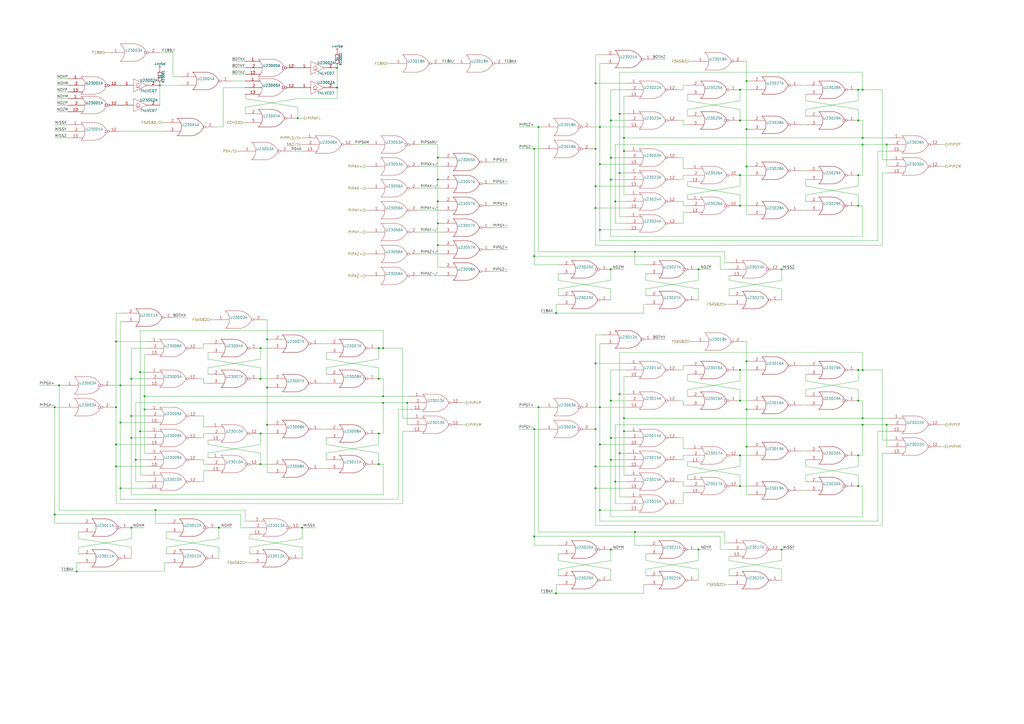
<source format=kicad_sch>
(kicad_sch (version 20211123) (generator eeschema)
  (paper "A2")
  (junction (at 354.33 318.77))
  (junction (at 195.58 50.8))
  (junction (at 497.84 264.16))
  (junction (at 175.26 306.07))
  (junction (at 309.88 86.36))
  (junction (at 172.72 68.58))
  (junction (at 154.94 224.79))
  (junction (at 222.25 229.87))
  (junction (at 345.44 248.92))
  (junction (at 69.85 245.11))
  (junction (at 236.22 233.68))
  (junction (at 497.84 281.94))
  (junction (at 368.3 146.05))
  (junction (at 359.41 262.89))
  (junction (at 497.84 101.6))
  (junction (at 44.45 331.47))
  (junction (at 222.25 201.93))
  (junction (at 497.84 214.63))
  (junction (at 69.85 283.21))
  (junction (at 347.98 295.91))
  (junction (at 67.31 257.81))
  (junction (at 514.35 246.38))
  (junction (at 433.07 259.08))
  (junction (at 322.58 181.61))
  (junction (at 347.98 95.25))
  (junction (at 219.71 201.93))
  (junction (at 31.75 236.22))
  (junction (at 453.39 318.77))
  (junction (at 433.07 237.49))
  (junction (at 500.38 83.82))
  (junction (at 154.94 196.85))
  (junction (at 354.33 266.7))
  (junction (at 67.31 198.12))
  (junction (at 76.2 241.3))
  (junction (at 405.13 156.21))
  (junction (at 127 306.07))
  (junction (at 76.2 219.71))
  (junction (at 322.58 344.17))
  (junction (at 31.75 298.45))
  (junction (at 429.26 281.94))
  (junction (at 433.07 209.55))
  (junction (at 429.26 264.16))
  (junction (at 433.07 74.93))
  (junction (at 500.38 246.38))
  (junction (at 361.95 80.01))
  (junction (at 345.44 48.26))
  (junction (at 354.33 69.85))
  (junction (at 309.88 248.92))
  (junction (at 312.42 236.22))
  (junction (at 67.31 270.51))
  (junction (at 219.71 269.24))
  (junction (at 254 91.44))
  (junction (at 347.98 236.22))
  (junction (at 500.38 52.07))
  (junction (at 76.2 306.07))
  (junction (at 347.98 257.81))
  (junction (at 67.31 236.22))
  (junction (at 433.07 96.52))
  (junction (at 151.13 201.93))
  (junction (at 151.13 269.24))
  (junction (at 429.26 101.6))
  (junction (at 347.98 133.35))
  (junction (at 354.33 91.44))
  (junction (at 345.44 120.65))
  (junction (at 500.38 242.57))
  (junction (at 76.2 254))
  (junction (at 429.26 119.38))
  (junction (at 92.71 49.53))
  (junction (at 309.88 148.59))
  (junction (at 497.84 232.41))
  (junction (at 356.87 116.84))
  (junction (at 347.98 73.66))
  (junction (at 500.38 214.63))
  (junction (at 433.07 46.99))
  (junction (at 254 116.84))
  (junction (at 361.95 87.63))
  (junction (at 345.44 107.95))
  (junction (at 354.33 156.21))
  (junction (at 151.13 219.71))
  (junction (at 345.44 210.82))
  (junction (at 195.58 39.37))
  (junction (at 222.25 233.68))
  (junction (at 83.82 229.87))
  (junction (at 497.84 52.07))
  (junction (at 345.44 86.36))
  (junction (at 368.3 308.61))
  (junction (at 361.95 242.57))
  (junction (at 219.71 251.46))
  (junction (at 81.28 250.19))
  (junction (at 356.87 279.4))
  (junction (at 429.26 69.85))
  (junction (at 254 142.24))
  (junction (at 497.84 69.85))
  (junction (at 453.39 156.21))
  (junction (at 309.88 311.15))
  (junction (at 429.26 52.07))
  (junction (at 151.13 251.46))
  (junction (at 83.82 237.49))
  (junction (at 254 129.54))
  (junction (at 514.35 83.82))
  (junction (at 312.42 73.66))
  (junction (at 81.28 215.9))
  (junction (at 354.33 232.41))
  (junction (at 154.94 246.38))
  (junction (at 359.41 66.04))
  (junction (at 359.41 228.6))
  (junction (at 500.38 80.01))
  (junction (at 405.13 318.77))
  (junction (at 359.41 100.33))
  (junction (at 254 104.14))
  (junction (at 354.33 254))
  (junction (at 497.84 119.38))
  (junction (at 219.71 219.71))
  (junction (at 345.44 283.21))
  (junction (at 354.33 104.14))
  (junction (at 429.26 214.63))
  (junction (at 69.85 223.52))
  (junction (at 361.95 250.19))
  (junction (at 429.26 232.41))
  (junction (at 90.17 295.91))
  (junction (at 78.74 266.7))
  (junction (at 345.44 270.51))
  (junction (at 34.29 223.52))
  (wire (pts (xy 497.84 226.06) (xy 467.36 220.98)))
  (wire (pts (xy 500.38 264.16) (xy 500.38 246.38)))
  (wire (pts (xy 396.24 264.16) (xy 398.78 264.16)))
  (wire (pts (xy 405.13 330.2) (xy 374.65 325.12)))
  (wire (pts (xy 396.24 129.54) (xy 396.24 123.19)))
  (wire (pts (xy 219.71 201.93) (xy 219.71 208.28)))
  (wire (pts (xy 31.75 236.22) (xy 35.56 236.22)))
  (wire (pts (xy 254 129.54) (xy 254 142.24)))
  (wire (pts (xy 118.11 269.24) (xy 120.65 269.24)))
  (wire (pts (xy 398.78 113.03) (xy 398.78 115.57)))
  (wire (pts (xy 293.37 36.83) (xy 299.72 36.83)))
  (wire (pts (xy 373.38 339.09) (xy 374.65 339.09)))
  (wire (pts (xy 361.95 80.01) (xy 500.38 80.01)))
  (wire (pts (xy 396.24 123.19) (xy 398.78 123.19)))
  (wire (pts (xy 429.26 232.41) (xy 429.26 226.06)))
  (wire (pts (xy 219.71 269.24) (xy 222.25 269.24)))
  (wire (pts (xy 39.37 80.01) (xy 31.75 80.01)))
  (wire (pts (xy 226.06 36.83) (xy 224.79 36.83)))
  (wire (pts (xy 236.22 233.68) (xy 237.49 233.68)))
  (wire (pts (xy 294.64 106.68) (xy 285.75 106.68)))
  (wire (pts (xy 345.44 210.82) (xy 345.44 248.92)))
  (wire (pts (xy 405.13 325.12) (xy 374.65 330.2)))
  (wire (pts (xy 497.84 214.63) (xy 500.38 214.63)))
  (wire (pts (xy 172.72 62.23) (xy 142.24 57.15)))
  (wire (pts (xy 396.24 279.4) (xy 396.24 281.94)))
  (wire (pts (xy 233.68 201.93) (xy 233.68 242.57)))
  (wire (pts (xy 300.99 236.22) (xy 312.42 236.22)))
  (wire (pts (xy 429.26 270.51) (xy 398.78 275.59)))
  (wire (pts (xy 67.31 257.81) (xy 85.09 257.81)))
  (wire (pts (xy 66.04 223.52) (xy 69.85 223.52)))
  (wire (pts (xy 393.7 52.07) (xy 396.24 52.07)))
  (wire (pts (xy 100.33 44.45) (xy 104.14 44.45)))
  (wire (pts (xy 312.42 146.05) (xy 368.3 146.05)))
  (wire (pts (xy 345.44 270.51) (xy 363.22 270.51)))
  (wire (pts (xy 393.7 116.84) (xy 396.24 116.84)))
  (wire (pts (xy 222.25 287.02) (xy 76.2 287.02)))
  (wire (pts (xy 393.7 91.44) (xy 396.24 91.44)))
  (wire (pts (xy 118.11 251.46) (xy 120.65 251.46)))
  (wire (pts (xy 354.33 104.14) (xy 354.33 91.44)))
  (wire (pts (xy 514.35 96.52) (xy 515.62 96.52)))
  (wire (pts (xy 467.36 63.5) (xy 467.36 67.31)))
  (wire (pts (xy 433.07 237.49) (xy 434.34 237.49)))
  (wire (pts (xy 219.71 269.24) (xy 219.71 262.89)))
  (wire (pts (xy 359.41 288.29) (xy 363.22 288.29)))
  (wire (pts (xy 497.84 232.41) (xy 497.84 226.06)))
  (wire (pts (xy 142.24 62.23) (xy 142.24 66.04)))
  (wire (pts (xy 497.84 101.6) (xy 497.84 107.95)))
  (wire (pts (xy 219.71 262.89) (xy 189.23 257.81)))
  (wire (pts (xy 359.41 204.47) (xy 359.41 228.6)))
  (wire (pts (xy 115.57 279.4) (xy 118.11 279.4)))
  (wire (pts (xy 347.98 95.25) (xy 363.22 95.25)))
  (wire (pts (xy 39.37 57.15) (xy 33.02 57.15)))
  (wire (pts (xy 393.7 69.85) (xy 396.24 69.85)))
  (wire (pts (xy 429.26 275.59) (xy 398.78 270.51)))
  (wire (pts (xy 254 104.14) (xy 254 116.84)))
  (wire (pts (xy 69.85 76.2) (xy 95.25 76.2)))
  (wire (pts (xy 212.09 121.92) (xy 213.36 121.92)))
  (wire (pts (xy 398.78 58.42) (xy 398.78 54.61)))
  (wire (pts (xy 354.33 91.44) (xy 354.33 69.85)))
  (wire (pts (xy 125.73 73.66) (xy 129.54 73.66)))
  (wire (pts (xy 396.24 49.53) (xy 398.78 49.53)))
  (wire (pts (xy 172.72 68.58) (xy 176.53 68.58)))
  (wire (pts (xy 354.33 173.99) (xy 354.33 167.64)))
  (wire (pts (xy 497.84 119.38) (xy 497.84 113.03)))
  (wire (pts (xy 361.95 80.01) (xy 361.95 87.63)))
  (wire (pts (xy 420.37 152.4) (xy 422.91 152.4)))
  (wire (pts (xy 356.87 246.38) (xy 356.87 279.4)))
  (wire (pts (xy 129.54 73.66) (xy 129.54 50.8)))
  (wire (pts (xy 345.44 248.92) (xy 344.17 248.92)))
  (wire (pts (xy 398.78 63.5) (xy 398.78 67.31)))
  (wire (pts (xy 374.65 162.56) (xy 374.65 158.75)))
  (wire (pts (xy 453.39 156.21) (xy 453.39 162.56)))
  (wire (pts (xy 309.88 148.59) (xy 309.88 153.67)))
  (wire (pts (xy 429.26 214.63) (xy 429.26 220.98)))
  (wire (pts (xy 222.25 219.71) (xy 222.25 229.87)))
  (wire (pts (xy 154.94 196.85) (xy 156.21 196.85)))
  (wire (pts (xy 429.26 281.94) (xy 429.26 275.59)))
  (wire (pts (xy 453.39 173.99) (xy 453.39 167.64)))
  (wire (pts (xy 429.26 101.6) (xy 429.26 107.95)))
  (wire (pts (xy 368.3 146.05) (xy 420.37 146.05)))
  (wire (pts (xy 497.84 52.07) (xy 497.84 58.42)))
  (wire (pts (xy 359.41 41.91) (xy 359.41 66.04)))
  (wire (pts (xy 101.6 184.15) (xy 107.95 184.15)))
  (wire (pts (xy 175.26 83.82) (xy 173.99 83.82)))
  (wire (pts (xy 168.91 87.63) (xy 175.26 87.63)))
  (wire (pts (xy 83.82 237.49) (xy 83.82 262.89)))
  (wire (pts (xy 396.24 104.14) (xy 396.24 101.6)))
  (wire (pts (xy 323.85 167.64) (xy 323.85 171.45)))
  (wire (pts (xy 142.24 39.37) (xy 134.62 39.37)))
  (wire (pts (xy 500.38 101.6) (xy 500.38 83.82)))
  (wire (pts (xy 39.37 53.34) (xy 33.02 53.34)))
  (wire (pts (xy 422.91 167.64) (xy 422.91 171.45)))
  (wire (pts (xy 356.87 292.1) (xy 363.22 292.1)))
  (wire (pts (xy 236.22 233.68) (xy 236.22 246.38)))
  (wire (pts (xy 96.52 317.5) (xy 96.52 321.31)))
  (wire (pts (xy 401.32 198.12) (xy 400.05 198.12)))
  (wire (pts (xy 254 154.94) (xy 255.27 154.94)))
  (wire (pts (xy 347.98 257.81) (xy 347.98 295.91)))
  (wire (pts (xy 345.44 283.21) (xy 345.44 304.8)))
  (wire (pts (xy 344.17 236.22) (xy 347.98 236.22)))
  (wire (pts (xy 453.39 330.2) (xy 422.91 325.12)))
  (wire (pts (xy 347.98 257.81) (xy 363.22 257.81)))
  (wire (pts (xy 83.82 262.89) (xy 85.09 262.89)))
  (wire (pts (xy 429.26 101.6) (xy 434.34 101.6)))
  (wire (pts (xy 294.64 132.08) (xy 285.75 132.08)))
  (wire (pts (xy 81.28 215.9) (xy 85.09 215.9)))
  (wire (pts (xy 322.58 344.17) (xy 322.58 339.09)))
  (wire (pts (xy 433.07 124.46) (xy 434.34 124.46)))
  (wire (pts (xy 396.24 119.38) (xy 398.78 119.38)))
  (wire (pts (xy 359.41 66.04) (xy 359.41 100.33)))
  (wire (pts (xy 172.72 68.58) (xy 172.72 62.23)))
  (wire (pts (xy 69.85 245.11) (xy 69.85 283.21)))
  (wire (pts (xy 356.87 83.82) (xy 356.87 116.84)))
  (wire (pts (xy 67.31 198.12) (xy 85.09 198.12)))
  (wire (pts (xy 90.17 303.53) (xy 96.52 303.53)))
  (wire (pts (xy 39.37 60.96) (xy 33.02 60.96)))
  (wire (pts (xy 67.31 181.61) (xy 71.12 181.61)))
  (wire (pts (xy 548.64 83.82) (xy 546.1 83.82)))
  (wire (pts (xy 453.39 167.64) (xy 422.91 162.56)))
  (wire (pts (xy 175.26 306.07) (xy 182.88 306.07)))
  (wire (pts (xy 433.07 198.12) (xy 433.07 209.55)))
  (wire (pts (xy 212.09 147.32) (xy 213.36 147.32)))
  (wire (pts (xy 154.94 224.79) (xy 154.94 246.38)))
  (wire (pts (xy 396.24 266.7) (xy 396.24 264.16)))
  (wire (pts (xy 417.83 156.21) (xy 422.91 156.21)))
  (wire (pts (xy 453.39 162.56) (xy 422.91 167.64)))
  (wire (pts (xy 151.13 219.71) (xy 151.13 213.36)))
  (wire (pts (xy 405.13 167.64) (xy 374.65 162.56)))
  (wire (pts (xy 233.68 242.57) (xy 237.49 242.57)))
  (wire (pts (xy 151.13 251.46) (xy 156.21 251.46)))
  (wire (pts (xy 90.17 295.91) (xy 142.24 295.91)))
  (wire (pts (xy 76.2 254) (xy 76.2 241.3)))
  (wire (pts (xy 39.37 64.77) (xy 33.02 64.77)))
  (wire (pts (xy 361.95 87.63) (xy 363.22 87.63)))
  (wire (pts (xy 361.95 275.59) (xy 363.22 275.59)))
  (wire (pts (xy 92.71 30.48) (xy 100.33 30.48)))
  (wire (pts (xy 373.38 176.53) (xy 374.65 176.53)))
  (wire (pts (xy 393.7 214.63) (xy 396.24 214.63)))
  (wire (pts (xy 254 116.84) (xy 254 129.54)))
  (wire (pts (xy 422.91 176.53) (xy 420.37 176.53)))
  (wire (pts (xy 142.24 295.91) (xy 142.24 302.26)))
  (wire (pts (xy 497.84 264.16) (xy 500.38 264.16)))
  (wire (pts (xy 429.26 107.95) (xy 398.78 113.03)))
  (wire (pts (xy 139.7 298.45) (xy 139.7 306.07)))
  (wire (pts (xy 354.33 69.85) (xy 354.33 52.07)))
  (wire (pts (xy 398.78 226.06) (xy 398.78 229.87)))
  (wire (pts (xy 354.33 318.77) (xy 354.33 325.12)))
  (wire (pts (xy 83.82 237.49) (xy 85.09 237.49)))
  (wire (pts (xy 354.33 156.21) (xy 361.95 156.21)))
  (wire (pts (xy 467.36 58.42) (xy 467.36 54.61)))
  (wire (pts (xy 497.84 63.5) (xy 467.36 58.42)))
  (wire (pts (xy 497.84 275.59) (xy 467.36 270.51)))
  (wire (pts (xy 151.13 269.24) (xy 156.21 269.24)))
  (wire (pts (xy 514.35 83.82) (xy 515.62 83.82)))
  (wire (pts (xy 120.65 208.28) (xy 120.65 204.47)))
  (wire (pts (xy 396.24 214.63) (xy 396.24 212.09)))
  (wire (pts (xy 500.38 80.01) (xy 515.62 80.01)))
  (wire (pts (xy 312.42 308.61) (xy 368.3 308.61)))
  (wire (pts (xy 127 306.07) (xy 134.62 306.07)))
  (wire (pts (xy 83.82 205.74) (xy 85.09 205.74)))
  (wire (pts (xy 347.98 295.91) (xy 363.22 295.91)))
  (wire (pts (xy 500.38 83.82) (xy 514.35 83.82)))
  (wire (pts (xy 345.44 86.36) (xy 345.44 107.95)))
  (wire (pts (xy 83.82 229.87) (xy 222.25 229.87)))
  (wire (pts (xy 464.82 121.92) (xy 467.36 121.92)))
  (wire (pts (xy 123.19 185.42) (xy 121.92 185.42)))
  (wire (pts (xy 354.33 214.63) (xy 363.22 214.63)))
  (wire (pts (xy 142.24 35.56) (xy 134.62 35.56)))
  (wire (pts (xy 294.64 119.38) (xy 285.75 119.38)))
  (wire (pts (xy 195.58 38.1) (xy 195.58 39.37)))
  (wire (pts (xy 347.98 73.66) (xy 363.22 73.66)))
  (wire (pts (xy 417.83 148.59) (xy 417.83 156.21)))
  (wire (pts (xy 186.69 271.78) (xy 189.23 271.78)))
  (wire (pts (xy 345.44 142.24) (xy 511.81 142.24)))
  (wire (pts (xy 195.58 57.15) (xy 172.72 57.15)))
  (wire (pts (xy 309.88 153.67) (xy 323.85 153.67)))
  (wire (pts (xy 323.85 162.56) (xy 323.85 158.75)))
  (wire (pts (xy 34.29 223.52) (xy 35.56 223.52)))
  (wire (pts (xy 345.44 107.95) (xy 345.44 120.65)))
  (wire (pts (xy 254 91.44) (xy 254 104.14)))
  (wire (pts (xy 453.39 318.77) (xy 461.01 318.77)))
  (wire (pts (xy 396.24 232.41) (xy 396.24 234.95)))
  (wire (pts (xy 453.39 318.77) (xy 453.39 325.12)))
  (wire (pts (xy 222.25 201.93) (xy 222.25 191.77)))
  (wire (pts (xy 69.85 186.69) (xy 71.12 186.69)))
  (wire (pts (xy 138.43 87.63) (xy 137.16 87.63)))
  (wire (pts (xy 347.98 133.35) (xy 347.98 139.7)))
  (wire (pts (xy 429.26 264.16) (xy 434.34 264.16)))
  (wire (pts (xy 464.82 72.39) (xy 467.36 72.39)))
  (wire (pts (xy 359.41 125.73) (xy 363.22 125.73)))
  (wire (pts (xy 345.44 48.26) (xy 363.22 48.26)))
  (wire (pts (xy 354.33 104.14) (xy 363.22 104.14)))
  (wire (pts (xy 115.57 241.3) (xy 118.11 241.3)))
  (wire (pts (xy 345.44 194.31) (xy 345.44 210.82)))
  (wire (pts (xy 175.26 323.85) (xy 175.26 317.5)))
  (wire (pts (xy 347.98 302.26) (xy 509.27 302.26)))
  (wire (pts (xy 363.22 116.84) (xy 356.87 116.84)))
  (wire (pts (xy 509.27 302.26) (xy 509.27 250.19)))
  (wire (pts (xy 154.94 185.42) (xy 154.94 196.85)))
  (wire (pts (xy 78.74 266.7) (xy 78.74 279.4)))
  (wire (pts (xy 356.87 129.54) (xy 363.22 129.54)))
  (wire (pts (xy 322.58 339.09) (xy 323.85 339.09)))
  (wire (pts (xy 429.26 52.07) (xy 434.34 52.07)))
  (wire (pts (xy 151.13 219.71) (xy 156.21 219.71)))
  (wire (pts (xy 144.78 317.5) (xy 144.78 321.31)))
  (wire (pts (xy 76.2 306.07) (xy 83.82 306.07)))
  (wire (pts (xy 433.07 96.52) (xy 433.07 124.46)))
  (wire (pts (xy 154.94 196.85) (xy 154.94 224.79)))
  (wire (pts (xy 345.44 107.95) (xy 363.22 107.95)))
  (wire (pts (xy 323.85 325.12) (xy 323.85 321.31)))
  (wire (pts (xy 300.99 73.66) (xy 312.42 73.66)))
  (wire (pts (xy 243.84 83.82) (xy 254 83.82)))
  (wire (pts (xy 76.2 219.71) (xy 85.09 219.71)))
  (wire (pts (xy 76.2 317.5) (xy 45.72 312.42)))
  (wire (pts (xy 322.58 181.61) (xy 373.38 181.61)))
  (wire (pts (xy 359.41 262.89) (xy 359.41 288.29)))
  (wire (pts (xy 347.98 133.35) (xy 363.22 133.35)))
  (wire (pts (xy 90.17 295.91) (xy 90.17 303.53)))
  (wire (pts (xy 429.26 214.63) (xy 434.34 214.63)))
  (wire (pts (xy 429.26 52.07) (xy 429.26 58.42)))
  (wire (pts (xy 189.23 208.28) (xy 189.23 204.47)))
  (wire (pts (xy 154.94 246.38) (xy 156.21 246.38)))
  (wire (pts (xy 81.28 191.77) (xy 81.28 215.9)))
  (wire (pts (xy 189.23 213.36) (xy 189.23 217.17)))
  (wire (pts (xy 497.84 214.63) (xy 497.84 220.98)))
  (wire (pts (xy 78.74 233.68) (xy 78.74 266.7)))
  (wire (pts (xy 405.13 156.21) (xy 405.13 162.56)))
  (wire (pts (xy 433.07 237.49) (xy 433.07 259.08)))
  (wire (pts (xy 231.14 237.49) (xy 237.49 237.49)))
  (wire (pts (xy 511.81 92.71) (xy 515.62 92.71)))
  (wire (pts (xy 548.64 259.08) (xy 546.1 259.08)))
  (wire (pts (xy 359.41 262.89) (xy 363.22 262.89)))
  (wire (pts (xy 31.75 303.53) (xy 45.72 303.53)))
  (wire (pts (xy 254 91.44) (xy 255.27 91.44)))
  (wire (pts (xy 222.25 269.24) (xy 222.25 287.02)))
  (wire (pts (xy 347.98 199.39) (xy 349.25 199.39)))
  (wire (pts (xy 44.45 326.39) (xy 45.72 326.39)))
  (wire (pts (xy 81.28 275.59) (xy 85.09 275.59)))
  (wire (pts (xy 548.64 96.52) (xy 546.1 96.52)))
  (wire (pts (xy 219.71 208.28) (xy 189.23 213.36)))
  (wire (pts (xy 497.84 69.85) (xy 500.38 69.85)))
  (wire (pts (xy 144.78 312.42) (xy 144.78 309.88)))
  (wire (pts (xy 151.13 208.28) (xy 120.65 213.36)))
  (wire (pts (xy 500.38 299.72) (xy 354.33 299.72)))
  (wire (pts (xy 500.38 232.41) (xy 500.38 242.57)))
  (wire (pts (xy 347.98 73.66) (xy 347.98 95.25)))
  (wire (pts (xy 313.69 344.17) (xy 322.58 344.17)))
  (wire (pts (xy 139.7 306.07) (xy 144.78 306.07)))
  (wire (pts (xy 67.31 270.51) (xy 85.09 270.51)))
  (wire (pts (xy 433.07 46.99) (xy 434.34 46.99)))
  (wire (pts (xy 69.85 245.11) (xy 85.09 245.11)))
  (wire (pts (xy 345.44 48.26) (xy 345.44 86.36)))
  (wire (pts (xy 405.13 156.21) (xy 412.75 156.21)))
  (wire (pts (xy 151.13 257.81) (xy 120.65 262.89)))
  (wire (pts (xy 22.86 223.52) (xy 34.29 223.52)))
  (wire (pts (xy 142.24 43.18) (xy 134.62 43.18)))
  (wire (pts (xy 345.44 31.75) (xy 345.44 48.26)))
  (wire (pts (xy 363.22 279.4) (xy 356.87 279.4)))
  (wire (pts (xy 83.82 205.74) (xy 83.82 229.87)))
  (wire (pts (xy 175.26 317.5) (xy 144.78 312.42)))
  (wire (pts (xy 345.44 120.65) (xy 345.44 142.24)))
  (wire (pts (xy 354.33 266.7) (xy 354.33 254)))
  (wire (pts (xy 453.39 336.55) (xy 453.39 330.2)))
  (wire (pts (xy 379.73 196.85) (xy 386.08 196.85)))
  (wire (pts (xy 393.7 254) (xy 396.24 254)))
  (wire (pts (xy 309.88 86.36) (xy 313.69 86.36)))
  (wire (pts (xy 309.88 148.59) (xy 417.83 148.59)))
  (wire (pts (xy 429.26 232.41) (xy 434.34 232.41)))
  (wire (pts (xy 500.38 52.07) (xy 500.38 41.91)))
  (wire (pts (xy 393.7 129.54) (xy 396.24 129.54)))
  (wire (pts (xy 100.33 30.48) (xy 100.33 44.45)))
  (wire (pts (xy 361.95 113.03) (xy 363.22 113.03)))
  (wire (pts (xy 514.35 246.38) (xy 514.35 259.08)))
  (wire (pts (xy 115.57 219.71) (xy 118.11 219.71)))
  (wire (pts (xy 433.07 198.12) (xy 431.8 198.12)))
  (wire (pts (xy 243.84 109.22) (xy 255.27 109.22)))
  (wire (pts (xy 497.84 232.41) (xy 500.38 232.41)))
  (wire (pts (xy 222.25 233.68) (xy 236.22 233.68)))
  (wire (pts (xy 467.36 113.03) (xy 467.36 116.84)))
  (wire (pts (xy 405.13 318.77) (xy 412.75 318.77)))
  (wire (pts (xy 396.24 69.85) (xy 396.24 72.39)))
  (wire (pts (xy 361.95 55.88) (xy 361.95 80.01)))
  (wire (pts (xy 396.24 234.95) (xy 398.78 234.95)))
  (wire (pts (xy 500.38 52.07) (xy 511.81 52.07)))
  (wire (pts (xy 69.85 223.52) (xy 69.85 245.11)))
  (wire (pts (xy 500.38 242.57) (xy 515.62 242.57)))
  (wire (pts (xy 312.42 73.66) (xy 312.42 146.05)))
  (wire (pts (xy 76.2 219.71) (xy 76.2 201.93)))
  (wire (pts (xy 322.58 344.17) (xy 373.38 344.17)))
  (wire (pts (xy 429.26 264.16) (xy 429.26 270.51)))
  (wire (pts (xy 69.85 289.56) (xy 231.14 289.56)))
  (wire (pts (xy 354.33 254) (xy 363.22 254)))
  (wire (pts (xy 359.41 228.6) (xy 363.22 228.6)))
  (wire (pts (xy 313.69 181.61) (xy 322.58 181.61)))
  (wire (pts (xy 500.38 214.63) (xy 500.38 204.47)))
  (wire (pts (xy 396.24 101.6) (xy 398.78 101.6)))
  (wire (pts (xy 76.2 312.42) (xy 45.72 317.5)))
  (wire (pts (xy 509.27 250.19) (xy 515.62 250.19)))
  (wire (pts (xy 95.25 71.12) (xy 93.98 71.12)))
  (wire (pts (xy 420.37 308.61) (xy 420.37 314.96)))
  (wire (pts (xy 429.26 226.06) (xy 398.78 220.98)))
  (wire (pts (xy 347.98 295.91) (xy 347.98 302.26)))
  (wire (pts (xy 219.71 219.71) (xy 219.71 213.36)))
  (wire (pts (xy 222.25 201.93) (xy 233.68 201.93)))
  (wire (pts (xy 368.3 308.61) (xy 420.37 308.61)))
  (wire (pts (xy 118.11 241.3) (xy 118.11 247.65)))
  (wire (pts (xy 368.3 153.67) (xy 374.65 153.67)))
  (wire (pts (xy 429.26 113.03) (xy 398.78 107.95)))
  (wire (pts (xy 393.7 104.14) (xy 396.24 104.14)))
  (wire (pts (xy 175.26 306.07) (xy 175.26 312.42)))
  (wire (pts (xy 401.32 35.56) (xy 400.05 35.56)))
  (wire (pts (xy 134.62 46.99) (xy 142.24 46.99)))
  (wire (pts (xy 76.2 254) (xy 85.09 254)))
  (wire (pts (xy 500.38 281.94) (xy 500.38 299.72)))
  (wire (pts (xy 433.07 74.93) (xy 433.07 96.52)))
  (wire (pts (xy 118.11 273.05) (xy 120.65 273.05)))
  (wire (pts (xy 396.24 91.44) (xy 396.24 97.79)))
  (wire (pts (xy 374.65 330.2) (xy 374.65 334.01)))
  (wire (pts (xy 151.13 213.36) (xy 120.65 208.28)))
  (wire (pts (xy 464.82 99.06) (xy 467.36 99.06)))
  (wire (pts (xy 361.95 250.19) (xy 361.95 275.59)))
  (wire (pts (xy 429.26 69.85) (xy 434.34 69.85)))
  (wire (pts (xy 309.88 311.15) (xy 417.83 311.15)))
  (wire (pts (xy 433.07 35.56) (xy 433.07 46.99)))
  (wire (pts (xy 69.85 283.21) (xy 69.85 289.56)))
  (wire (pts (xy 359.41 66.04) (xy 363.22 66.04)))
  (wire (pts (xy 396.24 292.1) (xy 396.24 285.75)))
  (wire (pts (xy 309.88 311.15) (xy 309.88 316.23)))
  (wire (pts (xy 374.65 325.12) (xy 374.65 321.31)))
  (wire (pts (xy 433.07 209.55) (xy 434.34 209.55)))
  (wire (pts (xy 500.38 214.63) (xy 511.81 214.63)))
  (wire (pts (xy 354.33 69.85) (xy 363.22 69.85)))
  (wire (pts (xy 154.94 224.79) (xy 156.21 224.79)))
  (wire (pts (xy 422.91 330.2) (xy 422.91 334.01)))
  (wire (pts (xy 118.11 247.65) (xy 120.65 247.65)))
  (wire (pts (xy 233.68 250.19) (xy 237.49 250.19)))
  (wire (pts (xy 356.87 279.4) (xy 356.87 292.1)))
  (wire (pts (xy 322.58 181.61) (xy 322.58 176.53)))
  (wire (pts (xy 500.38 137.16) (xy 354.33 137.16)))
  (wire (pts (xy 76.2 287.02) (xy 76.2 254)))
  (wire (pts (xy 222.25 251.46) (xy 222.25 233.68)))
  (wire (pts (xy 76.2 323.85) (xy 76.2 317.5)))
  (wire (pts (xy 500.38 41.91) (xy 359.41 41.91)))
  (wire (pts (xy 396.24 281.94) (xy 398.78 281.94)))
  (wire (pts (xy 233.68 292.1) (xy 233.68 250.19)))
  (wire (pts (xy 429.26 281.94) (xy 434.34 281.94)))
  (wire (pts (xy 309.88 248.92) (xy 309.88 311.15)))
  (wire (pts (xy 467.36 220.98) (xy 467.36 217.17)))
  (wire (pts (xy 361.95 242.57) (xy 361.95 250.19)))
  (wire (pts (xy 31.75 236.22) (xy 31.75 298.45)))
  (wire (pts (xy 151.13 262.89) (xy 120.65 257.81)))
  (wire (pts (xy 345.44 31.75) (xy 349.25 31.75)))
  (wire (pts (xy 347.98 139.7) (xy 509.27 139.7)))
  (wire (pts (xy 354.33 52.07) (xy 363.22 52.07)))
  (wire (pts (xy 356.87 83.82) (xy 500.38 83.82)))
  (wire (pts (xy 500.38 204.47) (xy 359.41 204.47)))
  (wire (pts (xy 393.7 232.41) (xy 396.24 232.41)))
  (wire (pts (xy 345.44 248.92) (xy 345.44 270.51)))
  (wire (pts (xy 368.3 146.05) (xy 368.3 153.67)))
  (wire (pts (xy 433.07 46.99) (xy 433.07 74.93)))
  (wire (pts (xy 67.31 292.1) (xy 233.68 292.1)))
  (wire (pts (xy 420.37 146.05) (xy 420.37 152.4)))
  (wire (pts (xy 405.13 318.77) (xy 405.13 325.12)))
  (wire (pts (xy 361.95 218.44) (xy 361.95 242.57)))
  (wire (pts (xy 300.99 248.92) (xy 309.88 248.92)))
  (wire (pts (xy 354.33 318.77) (xy 361.95 318.77)))
  (wire (pts (xy 45.72 312.42) (xy 45.72 308.61)))
  (wire (pts (xy 92.71 48.26) (xy 92.71 49.53)))
  (wire (pts (xy 92.71 49.53) (xy 92.71 60.96)))
  (wire (pts (xy 422.91 162.56) (xy 422.91 160.02)))
  (wire (pts (xy 172.72 57.15) (xy 142.24 62.23)))
  (wire (pts (xy 433.07 259.08) (xy 434.34 259.08)))
  (wire (pts (xy 67.31 257.81) (xy 67.31 270.51)))
  (wire (pts (xy 95.25 326.39) (xy 96.52 326.39)))
  (wire (pts (xy 422.91 325.12) (xy 422.91 322.58)))
  (wire (pts (xy 361.95 87.63) (xy 361.95 113.03)))
  (wire (pts (xy 429.26 58.42) (xy 398.78 63.5)))
  (wire (pts (xy 373.38 344.17) (xy 373.38 339.09)))
  (wire (pts (xy 509.27 139.7) (xy 509.27 87.63)))
  (wire (pts (xy 405.13 162.56) (xy 374.65 167.64)))
  (wire (pts (xy 497.84 270.51) (xy 467.36 275.59)))
  (wire (pts (xy 127 323.85) (xy 127 317.5)))
  (wire (pts (xy 189.23 257.81) (xy 189.23 254)))
  (wire (pts (xy 31.75 298.45) (xy 31.75 303.53)))
  (wire (pts (xy 95.25 331.47) (xy 95.25 326.39)))
  (wire (pts (xy 417.83 318.77) (xy 422.91 318.77)))
  (wire (pts (xy 398.78 275.59) (xy 398.78 278.13)))
  (wire (pts (xy 243.84 160.02) (xy 255.27 160.02)))
  (wire (pts (xy 309.88 316.23) (xy 323.85 316.23)))
  (wire (pts (xy 39.37 45.72) (xy 33.02 45.72)))
  (wire (pts (xy 92.71 49.53) (xy 104.14 49.53)))
  (wire (pts (xy 345.44 210.82) (xy 363.22 210.82)))
  (wire (pts (xy 76.2 306.07) (xy 76.2 312.42)))
  (wire (pts (xy 347.98 199.39) (xy 347.98 236.22)))
  (wire (pts (xy 312.42 73.66) (xy 313.69 73.66)))
  (wire (pts (xy 175.26 312.42) (xy 144.78 317.5)))
  (wire (pts (xy 396.24 254) (xy 396.24 260.35)))
  (wire (pts (xy 396.24 285.75) (xy 398.78 285.75)))
  (wire (pts (xy 393.7 266.7) (xy 396.24 266.7)))
  (wire (pts (xy 142.24 302.26) (xy 144.78 302.26)))
  (wire (pts (xy 354.33 91.44) (xy 363.22 91.44)))
  (wire (pts (xy 322.58 176.53) (xy 323.85 176.53)))
  (wire (pts (xy 34.29 295.91) (xy 90.17 295.91)))
  (wire (pts (xy 354.33 254) (xy 354.33 232.41)))
  (wire (pts (xy 118.11 254) (xy 118.11 251.46)))
  (wire (pts (xy 35.56 331.47) (xy 44.45 331.47)))
  (wire (pts (xy 219.71 251.46) (xy 222.25 251.46)))
  (wire (pts (xy 118.11 222.25) (xy 120.65 222.25)))
  (wire (pts (xy 354.33 325.12) (xy 323.85 330.2)))
  (wire (pts (xy 127 312.42) (xy 96.52 317.5)))
  (wire (pts (xy 359.41 100.33) (xy 359.41 125.73)))
  (wire (pts (xy 270.51 246.38) (xy 267.97 246.38)))
  (wire (pts (xy 118.11 219.71) (xy 118.11 222.25)))
  (wire (pts (xy 151.13 201.93) (xy 151.13 208.28)))
  (wire (pts (xy 429.26 119.38) (xy 434.34 119.38)))
  (wire (pts (xy 464.82 212.09) (xy 467.36 212.09)))
  (wire (pts (xy 347.98 36.83) (xy 349.25 36.83)))
  (wire (pts (xy 175.26 80.01) (xy 173.99 80.01)))
  (wire (pts (xy 186.69 199.39) (xy 189.23 199.39)))
  (wire (pts (xy 154.94 274.32) (xy 156.21 274.32)))
  (wire (pts (xy 497.84 52.07) (xy 500.38 52.07)))
  (wire (pts (xy 154.94 246.38) (xy 154.94 274.32)))
  (wire (pts (xy 254 104.14) (xy 255.27 104.14)))
  (wire (pts (xy 222.25 229.87) (xy 237.49 229.87)))
  (wire (pts (xy 81.28 250.19) (xy 85.09 250.19)))
  (wire (pts (xy 347.98 36.83) (xy 347.98 73.66)))
  (wire (pts (xy 464.82 49.53) (xy 467.36 49.53)))
  (wire (pts (xy 69.85 186.69) (xy 69.85 223.52)))
  (wire (pts (xy 312.42 236.22) (xy 312.42 308.61)))
  (wire (pts (xy 115.57 266.7) (xy 118.11 266.7)))
  (wire (pts (xy 422.91 339.09) (xy 420.37 339.09)))
  (wire (pts (xy 243.84 121.92) (xy 255.27 121.92)))
  (wire (pts (xy 347.98 236.22) (xy 347.98 257.81)))
  (wire (pts (xy 511.81 255.27) (xy 515.62 255.27)))
  (wire (pts (xy 154.94 185.42) (xy 153.67 185.42)))
  (wire (pts (xy 497.84 113.03) (xy 467.36 107.95)))
  (wire (pts (xy 433.07 35.56) (xy 431.8 35.56)))
  (wire (pts (xy 497.84 264.16) (xy 497.84 270.51)))
  (wire (pts (xy 429.26 69.85) (xy 429.26 63.5)))
  (wire (pts (xy 120.65 213.36) (xy 120.65 217.17)))
  (wire (pts (xy 500.38 119.38) (xy 500.38 137.16)))
  (wire (pts (xy 453.39 325.12) (xy 422.91 330.2)))
  (wire (pts (xy 347.98 95.25) (xy 347.98 133.35)))
  (wire (pts (xy 67.31 236.22) (xy 66.04 236.22)))
  (wire (pts (xy 186.69 222.25) (xy 189.23 222.25)))
  (wire (pts (xy 417.83 311.15) (xy 417.83 318.77)))
  (wire (pts (xy 22.86 236.22) (xy 31.75 236.22)))
  (wire (pts (xy 398.78 220.98) (xy 398.78 217.17)))
  (wire (pts (xy 354.33 232.41) (xy 363.22 232.41)))
  (wire (pts (xy 300.99 86.36) (xy 309.88 86.36)))
  (wire (pts (xy 186.69 248.92) (xy 189.23 248.92)))
  (wire (pts (xy 396.24 260.35) (xy 398.78 260.35)))
  (wire (pts (xy 212.09 109.22) (xy 213.36 109.22)))
  (wire (pts (xy 345.44 120.65) (xy 363.22 120.65)))
  (wire (pts (xy 396.24 72.39) (xy 398.78 72.39)))
  (wire (pts (xy 393.7 292.1) (xy 396.24 292.1)))
  (wire (pts (xy 254 83.82) (xy 254 91.44)))
  (wire (pts (xy 144.78 326.39) (xy 142.24 326.39)))
  (wire (pts (xy 62.23 30.48) (xy 60.96 30.48)))
  (wire (pts (xy 205.74 83.82) (xy 213.36 83.82)))
  (wire (pts (xy 467.36 107.95) (xy 467.36 104.14)))
  (wire (pts (xy 243.84 96.52) (xy 255.27 96.52)))
  (wire (pts (xy 514.35 259.08) (xy 515.62 259.08)))
  (wire (pts (xy 464.82 261.62) (xy 467.36 261.62)))
  (wire (pts (xy 83.82 229.87) (xy 83.82 237.49)))
  (wire (pts (xy 509.27 87.63) (xy 515.62 87.63)))
  (wire (pts (xy 467.36 226.06) (xy 467.36 229.87)))
  (wire (pts (xy 514.35 83.82) (xy 514.35 96.52)))
  (wire (pts (xy 433.07 96.52) (xy 434.34 96.52)))
  (wire (pts (xy 270.51 233.68) (xy 267.97 233.68)))
  (wire (pts (xy 368.3 308.61) (xy 368.3 316.23)))
  (wire (pts (xy 354.33 167.64) (xy 323.85 162.56)))
  (wire (pts (xy 120.65 262.89) (xy 120.65 265.43)))
  (wire (pts (xy 354.33 336.55) (xy 354.33 330.2)))
  (wire (pts (xy 396.24 52.07) (xy 396.24 49.53)))
  (wire (pts (xy 67.31 198.12) (xy 67.31 236.22)))
  (wire (pts (xy 115.57 254) (xy 118.11 254)))
  (wire (pts (xy 453.39 156.21) (xy 461.01 156.21)))
  (wire (pts (xy 243.84 134.62) (xy 255.27 134.62)))
  (wire (pts (xy 294.64 144.78) (xy 285.75 144.78)))
  (wire (pts (xy 189.23 262.89) (xy 189.23 266.7)))
  (wire (pts (xy 393.7 279.4) (xy 396.24 279.4)))
  (wire (pts (xy 195.58 39.37) (xy 195.58 50.8)))
  (wire (pts (xy 497.84 101.6) (xy 500.38 101.6)))
  (wire (pts (xy 361.95 218.44) (xy 363.22 218.44)))
  (wire (pts (xy 398.78 107.95) (xy 398.78 105.41)))
  (wire (pts (xy 373.38 181.61) (xy 373.38 176.53)))
  (wire (pts (xy 76.2 241.3) (xy 85.09 241.3)))
  (wire (pts (xy 500.38 69.85) (xy 500.38 80.01)))
  (wire (pts (xy 354.33 137.16) (xy 354.33 104.14)))
  (wire (pts (xy 69.85 283.21) (xy 85.09 283.21)))
  (wire (pts (xy 67.31 270.51) (xy 67.31 292.1)))
  (wire (pts (xy 78.74 279.4) (xy 85.09 279.4)))
  (wire (pts (xy 212.09 134.62) (xy 213.36 134.62)))
  (wire (pts (xy 500.38 246.38) (xy 514.35 246.38)))
  (wire (pts (xy 433.07 209.55) (xy 433.07 237.49)))
  (wire (pts (xy 356.87 116.84) (xy 356.87 129.54)))
  (wire (pts (xy 254 129.54) (xy 255.27 129.54)))
  (wire (pts (xy 497.84 119.38) (xy 500.38 119.38)))
  (wire (pts (xy 96.52 312.42) (xy 96.52 308.61)))
  (wire (pts (xy 354.33 299.72) (xy 354.33 266.7)))
  (wire (pts (xy 433.07 74.93) (xy 434.34 74.93)))
  (wire (pts (xy 345.44 270.51) (xy 345.44 283.21)))
  (wire (pts (xy 309.88 248.92) (xy 313.69 248.92)))
  (wire (pts (xy 254 142.24) (xy 255.27 142.24)))
  (wire (pts (xy 31.75 298.45) (xy 139.7 298.45)))
  (wire (pts (xy 118.11 279.4) (xy 118.11 273.05)))
  (wire (pts (xy 39.37 76.2) (xy 31.75 76.2)))
  (wire (pts (xy 236.22 246.38) (xy 237.49 246.38)))
  (wire (pts (xy 219.71 213.36) (xy 189.23 208.28)))
  (wire (pts (xy 497.84 220.98) (xy 467.36 226.06)))
  (wire (pts (xy 354.33 162.56) (xy 323.85 167.64)))
  (wire (pts (xy 243.84 147.32) (xy 255.27 147.32)))
  (wire (pts (xy 222.25 191.77) (xy 81.28 191.77)))
  (wire (pts (xy 347.98 236.22) (xy 363.22 236.22)))
  (wire (pts (xy 212.09 96.52) (xy 213.36 96.52)))
  (wire (pts (xy 231.14 289.56) (xy 231.14 237.49)))
  (wire (pts (xy 511.81 262.89) (xy 515.62 262.89)))
  (wire (pts (xy 511.81 100.33) (xy 515.62 100.33)))
  (wire (pts (xy 354.33 156.21) (xy 354.33 162.56)))
  (wire (pts (xy 115.57 201.93) (xy 118.11 201.93)))
  (wire (pts (xy 67.31 236.22) (xy 67.31 257.81)))
  (wire (pts (xy 219.71 201.93) (xy 222.25 201.93)))
  (wire (pts (xy 433.07 259.08) (xy 433.07 287.02)))
  (wire (pts (xy 429.26 220.98) (xy 398.78 226.06)))
  (wire (pts (xy 345.44 86.36) (xy 344.17 86.36)))
  (wire (pts (xy 396.24 97.79) (xy 398.78 97.79)))
  (wire (pts (xy 361.95 55.88) (xy 363.22 55.88)))
  (wire (pts (xy 312.42 236.22) (xy 313.69 236.22)))
  (wire (pts (xy 420.37 314.96) (xy 422.91 314.96)))
  (wire (pts (xy 34.29 223.52) (xy 34.29 295.91)))
  (wire (pts (xy 118.11 199.39) (xy 120.65 199.39)))
  (wire (pts (xy 219.71 251.46) (xy 219.71 257.81)))
  (wire (pts (xy 405.13 173.99) (xy 405.13 167.64)))
  (wire (pts (xy 511.81 214.63) (xy 511.81 255.27)))
  (wire (pts (xy 359.41 228.6) (xy 359.41 262.89)))
  (wire (pts (xy 81.28 250.19) (xy 81.28 275.59)))
  (wire (pts (xy 69.85 223.52) (xy 85.09 223.52)))
  (wire (pts (xy 142.24 71.12) (xy 140.97 71.12)))
  (wire (pts (xy 361.95 242.57) (xy 500.38 242.57)))
  (wire (pts (xy 511.81 304.8) (xy 511.81 262.89)))
  (wire (pts (xy 44.45 331.47) (xy 44.45 326.39)))
  (wire (pts (xy 467.36 270.51) (xy 467.36 266.7)))
  (wire (pts (xy 511.81 52.07) (xy 511.81 92.71)))
  (wire (pts (xy 497.84 107.95) (xy 467.36 113.03)))
  (wire (pts (xy 142.24 57.15) (xy 142.24 54.61)))
  (wire (pts (xy 44.45 331.47) (xy 95.25 331.47)))
  (wire (pts (xy 45.72 317.5) (xy 45.72 321.31)))
  (wire (pts (xy 361.95 250.19) (xy 363.22 250.19)))
  (wire (pts (xy 81.28 215.9) (xy 81.28 250.19)))
  (wire (pts (xy 294.64 157.48) (xy 285.75 157.48)))
  (wire (pts (xy 379.73 34.29) (xy 386.08 34.29)))
  (wire (pts (xy 359.41 100.33) (xy 363.22 100.33)))
  (wire (pts (xy 39.37 72.39) (xy 31.75 72.39)))
  (wire (pts (xy 497.84 69.85) (xy 497.84 63.5)))
  (wire (pts (xy 39.37 49.53) (xy 33.02 49.53)))
  (wire (pts (xy 354.33 232.41) (xy 354.33 214.63)))
  (wire (pts (xy 195.58 50.8) (xy 195.58 57.15)))
  (wire (pts (xy 151.13 251.46) (xy 151.13 257.81)))
  (wire (pts (xy 118.11 201.93) (xy 118.11 199.39)))
  (wire (pts (xy 254 116.84) (xy 255.27 116.84)))
  (wire (pts (xy 127 306.07) (xy 127 312.42)))
  (wire (pts (xy 497.84 58.42) (xy 467.36 63.5)))
  (wire (pts (xy 467.36 275.59) (xy 467.36 279.4)))
  (wire (pts (xy 548.64 246.38) (xy 546.1 246.38)))
  (wire (pts (xy 76.2 201.93) (xy 85.09 201.93)))
  (wire (pts (xy 323.85 330.2) (xy 323.85 334.01)))
  (wire (pts (xy 78.74 233.68) (xy 222.25 233.68)))
  (wire (pts (xy 514.35 246.38) (xy 515.62 246.38)))
  (wire (pts (xy 129.54 50.8) (xy 142.24 50.8)))
  (wire (pts (xy 151.13 201.93) (xy 156.21 201.93)))
  (wire (pts (xy 396.24 212.09) (xy 398.78 212.09)))
  (wire (pts (xy 256.54 36.83) (xy 262.89 36.83)))
  (wire (pts (xy 368.3 316.23) (xy 374.65 316.23)))
  (wire (pts (xy 254 142.24) (xy 254 154.94)))
  (wire (pts (xy 429.26 119.38) (xy 429.26 113.03)))
  (wire (pts (xy 309.88 86.36) (xy 309.88 148.59)))
  (wire (pts (xy 396.24 116.84) (xy 396.24 119.38)))
  (wire (pts (xy 344.17 73.66) (xy 347.98 73.66)))
  (wire (pts (xy 219.71 219.71) (xy 222.25 219.71)))
  (wire (pts (xy 511.81 142.24) (xy 511.81 100.33)))
  (wire (pts (xy 219.71 257.81) (xy 189.23 262.89)))
  (wire (pts (xy 354.33 266.7) (xy 363.22 266.7)))
  (wire (pts (xy 151.13 269.24) (xy 151.13 262.89)))
  (wire (pts (xy 76.2 241.3) (xy 76.2 219.71)))
  (wire (pts (xy 345.44 194.31) (xy 349.25 194.31)))
  (wire (pts (xy 429.26 63.5) (xy 398.78 58.42)))
  (wire (pts (xy 118.11 266.7) (xy 118.11 269.24)))
  (wire (pts (xy 345.44 283.21) (xy 363.22 283.21)))
  (wire (pts (xy 212.09 160.02) (xy 213.36 160.02)))
  (wire (pts (xy 433.07 287.02) (xy 434.34 287.02)))
  (wire (pts (xy 67.31 181.61) (xy 67.31 198.12)))
  (wire (pts (xy 127 317.5) (xy 96.52 312.42)))
  (wire (pts (xy 464.82 284.48) (xy 467.36 284.48)))
  (wire (pts (xy 85.09 266.7) (xy 78.74 266.7)))
  (wire (pts (xy 345.44 304.8) (xy 511.81 304.8)))
  (wire (pts (xy 120.65 257.81) (xy 120.65 255.27)))
  (wire (pts (xy 405.13 336.55) (xy 405.13 330.2)))
  (wire (pts (xy 497.84 281.94) (xy 497.84 275.59)))
  (wire (pts (xy 398.78 270.51) (xy 398.78 267.97)))
  (wire (pts (xy 294.64 93.98) (xy 285.75 93.98)))
  (wire (pts (xy 356.87 246.38) (xy 500.38 246.38)))
  (wire (pts (xy 374.65 167.64) (xy 374.65 171.45)))
  (wire (pts (xy 354.33 330.2) (xy 323.85 325.12)))
  (wire (pts (xy 464.82 234.95) (xy 467.36 234.95)))
  (wire (pts (xy 497.84 281.94) (xy 500.38 281.94)))
  (label "F18B/" (at 93.98 30.48 0) (effects (font (size 1.524 1.524))))
  (label "F18AX" (at 313.69 344.17 0) (effects (font (size 1.524 1.524))))
  (label "F18AX" (at 35.56 331.47 0) (effects (font (size 1.524 1.524))))
  (label "PIPAX+/" (at 243.84 96.52 0) (effects (font (size 1.524 1.524))))
  (label "PIPAZ+/" (at 243.84 147.32 0) (effects (font (size 1.524 1.524))))
  (label "PIPGY+" (at 294.64 119.38 180) (effects (font (size 1.524 1.524))))
  (label "BOTHZ" (at 134.62 43.18 0) (effects (font (size 1.524 1.524))))
  (label "BOTHX" (at 107.95 184.15 180) (effects (font (size 1.524 1.524))))
  (label "NOYP" (at 412.75 318.77 180) (effects (font (size 1.524 1.524))))
  (label "MISSX" (at 31.75 72.39 0) (effects (font (size 1.524 1.524))))
  (label "PIPGX+" (at 22.86 223.52 0) (effects (font (size 1.524 1.524))))
  (label "PIPGY-" (at 294.64 132.08 180) (effects (font (size 1.524 1.524))))
  (label "MISSY" (at 31.75 76.2 0) (effects (font (size 1.524 1.524))))
  (label "BOTHX" (at 134.62 35.56 0) (effects (font (size 1.524 1.524))))
  (label "NOXM" (at 83.82 306.07 180) (effects (font (size 1.524 1.524))))
  (label "PIPGX-" (at 294.64 106.68 180) (effects (font (size 1.524 1.524))))
  (label "MISSZ" (at 31.75 80.01 0) (effects (font (size 1.524 1.524))))
  (label "PIPSAM/" (at 243.84 83.82 0) (effects (font (size 1.524 1.524))))
  (label "MISSY" (at 461.01 318.77 180) (effects (font (size 1.524 1.524))))
  (label "MISSX" (at 182.88 306.07 180) (effects (font (size 1.524 1.524))))
  (label "PIPAY+/" (at 243.84 121.92 0) (effects (font (size 1.524 1.524))))
  (label "NOYP" (at 33.02 53.34 0) (effects (font (size 1.524 1.524))))
  (label "NOYM" (at 33.02 57.15 0) (effects (font (size 1.524 1.524))))
  (label "BOTHY" (at 134.62 39.37 0) (effects (font (size 1.524 1.524))))
  (label "MISSZ" (at 461.01 156.21 180) (effects (font (size 1.524 1.524))))
  (label "P04A" (at 168.91 87.63 0) (effects (font (size 1.524 1.524))))
  (label "PIPGZ-" (at 300.99 86.36 0) (effects (font (size 1.524 1.524))))
  (label "PIPAY-/" (at 243.84 134.62 0) (effects (font (size 1.524 1.524))))
  (label "PIPGX+" (at 294.64 93.98 180) (effects (font (size 1.524 1.524))))
  (label "NOZP" (at 33.02 60.96 0) (effects (font (size 1.524 1.524))))
  (label "NOZM" (at 361.95 156.21 180) (effects (font (size 1.524 1.524))))
  (label "NOXP" (at 33.02 45.72 0) (effects (font (size 1.524 1.524))))
  (label "PIPSAM" (at 205.74 83.82 0) (effects (font (size 1.524 1.524))))
  (label "PIPGZ+" (at 300.99 73.66 0) (effects (font (size 1.524 1.524))))
  (label "NOXM" (at 33.02 49.53 0) (effects (font (size 1.524 1.524))))
  (label "F18AX" (at 313.69 181.61 0) (effects (font (size 1.524 1.524))))
  (label "PIPAX-/" (at 243.84 109.22 0) (effects (font (size 1.524 1.524))))
  (label "BOTHZ" (at 386.08 34.29 180) (effects (font (size 1.524 1.524))))
  (label "NOYM" (at 361.95 318.77 180) (effects (font (size 1.524 1.524))))
  (label "PIPAZ-/" (at 243.84 160.02 0) (effects (font (size 1.524 1.524))))
  (label "F18A/" (at 256.54 36.83 0) (effects (font (size 1.524 1.524))))
  (label "NOZP" (at 412.75 156.21 180) (effects (font (size 1.524 1.524))))
  (label "PIPGX-" (at 22.86 236.22 0) (effects (font (size 1.524 1.524))))
  (label "PIPGY+" (at 300.99 236.22 0) (effects (font (size 1.524 1.524))))
  (label "PIPGZ-" (at 294.64 157.48 180) (effects (font (size 1.524 1.524))))
  (label "PIPGY-" (at 300.99 248.92 0) (effects (font (size 1.524 1.524))))
  (label "F18AX" (at 299.72 36.83 180) (effects (font (size 1.524 1.524))))
  (label "NOXP" (at 134.62 306.07 180) (effects (font (size 1.524 1.524))))
  (label "NOZM" (at 33.02 64.77 0) (effects (font (size 1.524 1.524))))
  (label "PIPGZ+" (at 294.64 144.78 180) (effects (font (size 1.524 1.524))))
  (label "BOTHY" (at 386.08 196.85 180) (effects (font (size 1.524 1.524))))
  (hierarchical_label "PIPZP" (shape output) (at 548.64 83.82 0) (effects (font (size 1.524 1.524))))
  (hierarchical_label "F5ASB2" (shape input) (at 121.92 185.42 180) (effects (font (size 1.524 1.524))))
  (hierarchical_label "PIPPLS/" (shape input) (at 173.99 80.01 180) (effects (font (size 1.524 1.524))))
  (hierarchical_label "PIPYP" (shape output) (at 548.64 246.38 0) (effects (font (size 1.524 1.524))))
  (hierarchical_label "F18B" (shape input) (at 60.96 30.48 180) (effects (font (size 1.524 1.524))))
  (hierarchical_label "PIPAX-" (shape input) (at 212.09 109.22 180) (effects (font (size 1.524 1.524))))
  (hierarchical_label "SB2/" (shape input) (at 173.99 83.82 180) (effects (font (size 1.524 1.524))))
  (hierarchical_label "PIPXP" (shape output) (at 270.51 233.68 0) (effects (font (size 1.524 1.524))))
  (hierarchical_label "PIPAFL" (shape output) (at 176.53 68.58 0) (effects (font (size 1.524 1.524))))
  (hierarchical_label "F5ASB2" (shape input) (at 400.05 35.56 180) (effects (font (size 1.524 1.524))))
  (hierarchical_label "F5ASB2" (shape input) (at 400.05 198.12 180) (effects (font (size 1.524 1.524))))
  (hierarchical_label "F18A" (shape input) (at 224.79 36.83 180) (effects (font (size 1.524 1.524))))
  (hierarchical_label "F5ASB2" (shape input) (at 420.37 339.09 180) (effects (font (size 1.524 1.524))))
  (hierarchical_label "PIPXM" (shape output) (at 270.51 246.38 0) (effects (font (size 1.524 1.524))))
  (hierarchical_label "PIPAY-" (shape input) (at 212.09 134.62 180) (effects (font (size 1.524 1.524))))
  (hierarchical_label "F5ASB0/" (shape input) (at 93.98 71.12 180) (effects (font (size 1.524 1.524))))
  (hierarchical_label "PIPZM" (shape output) (at 548.64 96.52 0) (effects (font (size 1.524 1.524))))
  (hierarchical_label "CCH33" (shape input) (at 140.97 71.12 180) (effects (font (size 1.524 1.524))))
  (hierarchical_label "PIPAX+" (shape input) (at 212.09 96.52 180) (effects (font (size 1.524 1.524))))
  (hierarchical_label "PIPAY+" (shape input) (at 212.09 121.92 180) (effects (font (size 1.524 1.524))))
  (hierarchical_label "F5ASB2" (shape input) (at 420.37 176.53 180) (effects (font (size 1.524 1.524))))
  (hierarchical_label "P04/" (shape input) (at 137.16 87.63 180) (effects (font (size 1.524 1.524))))
  (hierarchical_label "F5ASB2" (shape input) (at 142.24 326.39 180) (effects (font (size 1.524 1.524))))
  (hierarchical_label "PIPYM" (shape output) (at 548.64 259.08 0) (effects (font (size 1.524 1.524))))
  (hierarchical_label "PIPAZ+" (shape input) (at 212.09 147.32 180) (effects (font (size 1.524 1.524))))
  (hierarchical_label "PIPAZ-" (shape input) (at 212.09 160.02 180) (effects (font (size 1.524 1.524))))
  (symbol (lib_id "agc_kicad_components:74HC27") (at 54.61 49.53 0)
    (property "Reference" "U23001" (at 54.61 48.26 0) (effects (font (size 1.524 1.524))))
    (property "Value" "74HC27" (effects hide))
    (property "Initial" "1" (at 60.96 49.53 0) (effects (font (size 1.524 1.524) italic)))
  )
  (symbol (lib_id "agc_kicad_components:74HC27") (at 54.61 60.96 0)
    (property "Reference" "U23001" (at 54.61 59.69 0) (effects (font (size 1.524 1.524))))
    (property "Value" "74HC27" (effects hide))
    (property "Initial" "1" (at 60.96 60.96 0) (effects (font (size 1.524 1.524) italic)))
  )
  (symbol (lib_id "agc_kicad_components:74LVC07") (at 81.28 49.53 0)
    (property "Reference" "U23002" (at 86.233 46.609 0) (effects (font (size 1.524 1.524))))
    (property "Value" "74LVC07" (at 86.106 52.705 0) (effects (font (size 1.524 1.524))))
  )
  (symbol (lib_id "agc_kicad_components:74LVC07") (at 81.28 60.96 0)
    (property "Reference" "U23002" (at 86.233 58.039 0) (effects (font (size 1.524 1.524))))
    (property "Value" "74LVC07" (at 86.106 64.135 0) (effects (font (size 1.524 1.524))))
  )
  (symbol (lib_id "inout_vi-rescue:R-device") (at 92.71 44.45 0)
    (property "Reference" "R23001" (at 94.742 44.45 90))
    (property "Value" "5k" (at 92.71 44.45 90))
  )
  (symbol (lib_id "agc_kicad_components:74HC04") (at 77.47 30.48 0)
    (property "Reference" "U23003" (at 77.47 29.21 0) (effects (font (size 1.524 1.524))))
    (property "Value" "74HC04" (effects hide))
    (property "Initial" "1" (at 83.82 30.48 0) (effects (font (size 1.524 1.524) italic)))
  )
  (symbol (lib_id "agc_kicad_components:74HC02") (at 119.38 46.99 0)
    (property "Reference" "U23004" (at 119.38 45.72 0) (effects (font (size 1.524 1.524))))
    (property "Value" "74HC02" (effects hide))
  )
  (symbol (lib_id "agc_kicad_components:74HC27") (at 54.61 76.2 0)
    (property "Reference" "U23001" (at 54.61 74.93 0) (effects (font (size 1.524 1.524))))
    (property "Value" "74HC27" (effects hide))
    (property "Initial" "1" (at 60.96 76.2 0) (effects (font (size 1.524 1.524) italic)))
  )
  (symbol (lib_id "agc_kicad_components:74HC02") (at 110.49 73.66 0)
    (property "Reference" "U23004" (at 110.49 72.39 0) (effects (font (size 1.524 1.524))))
    (property "Value" "74HC02" (effects hide))
  )
  (symbol (lib_id "agc_kicad_components:74HC27") (at 157.48 39.37 0)
    (property "Reference" "U23005" (at 157.48 38.1 0) (effects (font (size 1.524 1.524))))
    (property "Value" "74HC27" (effects hide))
    (property "Initial" "1" (at 163.83 39.37 0) (effects (font (size 1.524 1.524) italic)))
  )
  (symbol (lib_id "agc_kicad_components:74HC27") (at 157.48 50.8 0)
    (property "Reference" "U23005" (at 157.48 49.53 0) (effects (font (size 1.524 1.524))))
    (property "Value" "74HC27" (effects hide))
    (property "Initial" "1" (at 163.83 50.8 0) (effects (font (size 1.524 1.524) italic)))
  )
  (symbol (lib_id "agc_kicad_components:74LVC07") (at 184.15 39.37 0)
    (property "Reference" "U23002" (at 189.103 36.449 0) (effects (font (size 1.524 1.524))))
    (property "Value" "74LVC07" (at 188.976 42.545 0) (effects (font (size 1.524 1.524))))
  )
  (symbol (lib_id "agc_kicad_components:74LVC07") (at 184.15 50.8 0)
    (property "Reference" "U23002" (at 189.103 47.879 0) (effects (font (size 1.524 1.524))))
    (property "Value" "74LVC07" (at 188.976 53.975 0) (effects (font (size 1.524 1.524))))
  )
  (symbol (lib_id "inout_vi-rescue:R-device") (at 195.58 34.29 0)
    (property "Reference" "R23002" (at 197.612 34.29 90))
    (property "Value" "5k" (at 195.58 34.29 90))
  )
  (symbol (lib_id "agc_kicad_components:74HC02") (at 157.48 68.58 0)
    (property "Reference" "U23004" (at 157.48 67.31 0) (effects (font (size 1.524 1.524))))
    (property "Value" "74HC02" (effects hide))
  )
  (symbol (lib_id "agc_kicad_components:74HC04") (at 50.8 223.52 0)
    (property "Reference" "U23003" (at 50.8 222.25 0) (effects (font (size 1.524 1.524))))
    (property "Value" "74HC04" (effects hide))
    (property "Initial" "1" (at 57.15 223.52 0) (effects (font (size 1.524 1.524) italic)))
  )
  (symbol (lib_id "agc_kicad_components:74HC04") (at 50.8 236.22 0)
    (property "Reference" "U23003" (at 50.8 234.95 0) (effects (font (size 1.524 1.524))))
    (property "Value" "74HC04" (effects hide))
    (property "Initial" "1" (at 57.15 236.22 0) (effects (font (size 1.524 1.524) italic)))
  )
  (symbol (lib_id "agc_kicad_components:74HC27") (at 100.33 219.71 0)
    (property "Reference" "U23005" (at 100.33 218.44 0) (effects (font (size 1.524 1.524))))
    (property "Value" "74HC27" (effects hide))
  )
  (symbol (lib_id "agc_kicad_components:74HC27") (at 100.33 201.93 0)
    (property "Reference" "U23006" (at 100.33 200.66 0) (effects (font (size 1.524 1.524))))
    (property "Value" "74HC27" (effects hide))
  )
  (symbol (lib_id "agc_kicad_components:74HC02") (at 135.89 201.93 0)
    (property "Reference" "U23004" (at 135.89 200.66 0) (effects (font (size 1.524 1.524))))
    (property "Value" "74HC02" (effects hide))
  )
  (symbol (lib_id "agc_kicad_components:74HC02") (at 135.89 219.71 0)
    (property "Reference" "U23007" (at 135.89 218.44 0) (effects (font (size 1.524 1.524))))
    (property "Value" "74HC02" (effects hide))
    (property "Initial" "1" (at 142.24 219.71 0) (effects (font (size 1.524 1.524) italic)))
  )
  (symbol (lib_id "agc_kicad_components:74HC02") (at 171.45 199.39 0)
    (property "Reference" "U23007" (at 171.45 198.12 0) (effects (font (size 1.524 1.524))))
    (property "Value" "74HC02" (effects hide))
  )
  (symbol (lib_id "agc_kicad_components:74HC02") (at 171.45 222.25 0)
    (property "Reference" "U23007" (at 171.45 220.98 0) (effects (font (size 1.524 1.524))))
    (property "Value" "74HC02" (effects hide))
  )
  (symbol (lib_id "agc_kicad_components:74HC04") (at 138.43 185.42 0)
    (property "Reference" "U23003" (at 138.43 184.15 0) (effects (font (size 1.524 1.524))))
    (property "Value" "74HC04" (effects hide))
  )
  (symbol (lib_id "agc_kicad_components:74HC02") (at 204.47 201.93 0)
    (property "Reference" "U23007" (at 204.47 200.66 0) (effects (font (size 1.524 1.524))))
    (property "Value" "74HC02" (effects hide))
  )
  (symbol (lib_id "agc_kicad_components:74HC02") (at 204.47 219.71 0)
    (property "Reference" "U23008" (at 204.47 218.44 0) (effects (font (size 1.524 1.524))))
    (property "Value" "74HC02" (effects hide))
    (property "Initial" "1" (at 210.82 219.71 0) (effects (font (size 1.524 1.524) italic)))
  )
  (symbol (lib_id "agc_kicad_components:74HC02") (at 171.45 248.92 0)
    (property "Reference" "U23008" (at 171.45 247.65 0) (effects (font (size 1.524 1.524))))
    (property "Value" "74HC02" (effects hide))
  )
  (symbol (lib_id "agc_kicad_components:74HC02") (at 171.45 271.78 0)
    (property "Reference" "U23008" (at 171.45 270.51 0) (effects (font (size 1.524 1.524))))
    (property "Value" "74HC02" (effects hide))
  )
  (symbol (lib_id "agc_kicad_components:74HC02") (at 204.47 251.46 0)
    (property "Reference" "U23008" (at 204.47 250.19 0) (effects (font (size 1.524 1.524))))
    (property "Value" "74HC02" (effects hide))
  )
  (symbol (lib_id "agc_kicad_components:74HC02") (at 204.47 269.24 0)
    (property "Reference" "U23011" (at 204.47 267.97 0) (effects (font (size 1.524 1.524))))
    (property "Value" "74HC02" (effects hide))
    (property "Initial" "1" (at 210.82 269.24 0) (effects (font (size 1.524 1.524) italic)))
  )
  (symbol (lib_id "agc_kicad_components:74HC27") (at 135.89 269.24 0)
    (property "Reference" "U23010" (at 135.89 267.97 0) (effects (font (size 1.524 1.524))))
    (property "Value" "74HC27" (effects hide))
    (property "Initial" "1" (at 142.24 269.24 0) (effects (font (size 1.524 1.524) italic)))
  )
  (symbol (lib_id "agc_kicad_components:74HC27") (at 135.89 251.46 0)
    (property "Reference" "U23010" (at 135.89 250.19 0) (effects (font (size 1.524 1.524))))
    (property "Value" "74HC27" (effects hide))
  )
  (symbol (lib_id "agc_kicad_components:74HC27") (at 100.33 241.3 0)
    (property "Reference" "U23009" (at 100.33 240.03 0) (effects (font (size 1.524 1.524))))
    (property "Value" "74HC27" (effects hide))
  )
  (symbol (lib_id "agc_kicad_components:74HC27") (at 100.33 254 0)
    (property "Reference" "U23009" (at 100.33 252.73 0) (effects (font (size 1.524 1.524))))
    (property "Value" "74HC27" (effects hide))
  )
  (symbol (lib_id "agc_kicad_components:74HC27") (at 100.33 266.7 0)
    (property "Reference" "U23009" (at 100.33 265.43 0) (effects (font (size 1.524 1.524))))
    (property "Value" "74HC27" (effects hide))
  )
  (symbol (lib_id "agc_kicad_components:74HC27") (at 100.33 279.4 0)
    (property "Reference" "U23010" (at 100.33 278.13 0) (effects (font (size 1.524 1.524))))
    (property "Value" "74HC27" (effects hide))
  )
  (symbol (lib_id "agc_kicad_components:74HC02") (at 86.36 184.15 0)
    (property "Reference" "U23011" (at 86.36 182.88 0) (effects (font (size 1.524 1.524))))
    (property "Value" "74HC02" (effects hide))
  )
  (symbol (lib_id "agc_kicad_components:74HC02") (at 60.96 306.07 0)
    (property "Reference" "U23011" (at 60.96 304.8 0) (effects (font (size 1.524 1.524))))
    (property "Value" "74HC02" (effects hide))
    (property "Initial" "1" (at 67.31 306.07 0) (effects (font (size 1.524 1.524) italic)))
  )
  (symbol (lib_id "agc_kicad_components:74HC02") (at 60.96 323.85 0)
    (property "Reference" "U23011" (at 60.96 322.58 0) (effects (font (size 1.524 1.524))))
    (property "Value" "74HC02" (effects hide))
  )
  (symbol (lib_id "agc_kicad_components:74HC02") (at 111.76 306.07 0)
    (property "Reference" "U23012" (at 111.76 304.8 0) (effects (font (size 1.524 1.524))))
    (property "Value" "74HC02" (effects hide))
    (property "Initial" "1" (at 118.11 306.07 0) (effects (font (size 1.524 1.524) italic)))
  )
  (symbol (lib_id "agc_kicad_components:74HC02") (at 111.76 323.85 0)
    (property "Reference" "U23012" (at 111.76 322.58 0) (effects (font (size 1.524 1.524))))
    (property "Value" "74HC02" (effects hide))
  )
  (symbol (lib_id "agc_kicad_components:74HC02") (at 160.02 323.85 0)
    (property "Reference" "U23012" (at 160.02 322.58 0) (effects (font (size 1.524 1.524))))
    (property "Value" "74HC02" (effects hide))
  )
  (symbol (lib_id "agc_kicad_components:74HC27") (at 160.02 306.07 0)
    (property "Reference" "U23013" (at 160.02 304.8 0) (effects (font (size 1.524 1.524))))
    (property "Value" "74HC27" (effects hide))
    (property "Initial" "1" (at 166.37 306.07 0) (effects (font (size 1.524 1.524) italic)))
  )
  (symbol (lib_id "agc_kicad_components:74HC27") (at 252.73 233.68 0)
    (property "Reference" "U23013" (at 252.73 232.41 0) (effects (font (size 1.524 1.524))))
    (property "Value" "74HC27" (effects hide))
  )
  (symbol (lib_id "agc_kicad_components:74HC27") (at 252.73 246.38 0)
    (property "Reference" "U23013" (at 252.73 245.11 0) (effects (font (size 1.524 1.524))))
    (property "Value" "74HC27" (effects hide))
  )
  (symbol (lib_id "agc_kicad_components:74HC04") (at 328.93 236.22 0)
    (property "Reference" "U23003" (at 328.93 234.95 0) (effects (font (size 1.524 1.524))))
    (property "Value" "74HC04" (effects hide))
    (property "Initial" "1" (at 335.28 236.22 0) (effects (font (size 1.524 1.524) italic)))
  )
  (symbol (lib_id "agc_kicad_components:74HC04") (at 328.93 248.92 0)
    (property "Reference" "U23003" (at 328.93 247.65 0) (effects (font (size 1.524 1.524))))
    (property "Value" "74HC04" (effects hide))
    (property "Initial" "1" (at 335.28 248.92 0) (effects (font (size 1.524 1.524) italic)))
  )
  (symbol (lib_id "agc_kicad_components:74HC27") (at 378.46 232.41 0)
    (property "Reference" "U23014" (at 378.46 231.14 0) (effects (font (size 1.524 1.524))))
    (property "Value" "74HC27" (effects hide))
  )
  (symbol (lib_id "agc_kicad_components:74HC27") (at 378.46 214.63 0)
    (property "Reference" "U23014" (at 378.46 213.36 0) (effects (font (size 1.524 1.524))))
    (property "Value" "74HC27" (effects hide))
  )
  (symbol (lib_id "agc_kicad_components:74HC02") (at 414.02 214.63 0)
    (property "Reference" "U23016" (at 414.02 213.36 0) (effects (font (size 1.524 1.524))))
    (property "Value" "74HC02" (effects hide))
  )
  (symbol (lib_id "agc_kicad_components:74HC02") (at 414.02 232.41 0)
    (property "Reference" "U23016" (at 414.02 231.14 0) (effects (font (size 1.524 1.524))))
    (property "Value" "74HC02" (effects hide))
    (property "Initial" "1" (at 420.37 232.41 0) (effects (font (size 1.524 1.524) italic)))
  )
  (symbol (lib_id "agc_kicad_components:74HC02") (at 449.58 212.09 0)
    (property "Reference" "U23016" (at 449.58 210.82 0) (effects (font (size 1.524 1.524))))
    (property "Value" "74HC02" (effects hide))
  )
  (symbol (lib_id "agc_kicad_components:74HC02") (at 449.58 234.95 0)
    (property "Reference" "U23016" (at 449.58 233.68 0) (effects (font (size 1.524 1.524))))
    (property "Value" "74HC02" (effects hide))
  )
  (symbol (lib_id "agc_kicad_components:74HC04") (at 416.56 198.12 0)
    (property "Reference" "U23018" (at 416.56 196.85 0) (effects (font (size 1.524 1.524))))
    (property "Value" "74HC04" (effects hide))
  )
  (symbol (lib_id "agc_kicad_components:74HC02") (at 482.6 214.63 0)
    (property "Reference" "U23019" (at 482.6 213.36 0) (effects (font (size 1.524 1.524))))
    (property "Value" "74HC02" (effects hide))
  )
  (symbol (lib_id "agc_kicad_components:74HC02") (at 482.6 232.41 0)
    (property "Reference" "U23019" (at 482.6 231.14 0) (effects (font (size 1.524 1.524))))
    (property "Value" "74HC02" (effects hide))
    (property "Initial" "1" (at 488.95 232.41 0) (effects (font (size 1.524 1.524) italic)))
  )
  (symbol (lib_id "agc_kicad_components:74HC02") (at 449.58 261.62 0)
    (property "Reference" "U23019" (at 449.58 260.35 0) (effects (font (size 1.524 1.524))))
    (property "Value" "74HC02" (effects hide))
  )
  (symbol (lib_id "agc_kicad_components:74HC02") (at 449.58 284.48 0)
    (property "Reference" "U23019" (at 449.58 283.21 0) (effects (font (size 1.524 1.524))))
    (property "Value" "74HC02" (effects hide))
  )
  (symbol (lib_id "agc_kicad_components:74HC02") (at 482.6 264.16 0)
    (property "Reference" "U23020" (at 482.6 262.89 0) (effects (font (size 1.524 1.524))))
    (property "Value" "74HC02" (effects hide))
  )
  (symbol (lib_id "agc_kicad_components:74HC02") (at 482.6 281.94 0)
    (property "Reference" "U23020" (at 482.6 280.67 0) (effects (font (size 1.524 1.524))))
    (property "Value" "74HC02" (effects hide))
    (property "Initial" "1" (at 488.95 281.94 0) (effects (font (size 1.524 1.524) italic)))
  )
  (symbol (lib_id "agc_kicad_components:74HC27") (at 414.02 281.94 0)
    (property "Reference" "U23017" (at 414.02 280.67 0) (effects (font (size 1.524 1.524))))
    (property "Value" "74HC27" (effects hide))
    (property "Initial" "1" (at 420.37 281.94 0) (effects (font (size 1.524 1.524) italic)))
  )
  (symbol (lib_id "agc_kicad_components:74HC27") (at 414.02 264.16 0)
    (property "Reference" "U23017" (at 414.02 262.89 0) (effects (font (size 1.524 1.524))))
    (property "Value" "74HC27" (effects hide))
  )
  (symbol (lib_id "agc_kicad_components:74HC27") (at 378.46 254 0)
    (property "Reference" "U23014" (at 378.46 252.73 0) (effects (font (size 1.524 1.524))))
    (property "Value" "74HC27" (effects hide))
  )
  (symbol (lib_id "agc_kicad_components:74HC27") (at 378.46 266.7 0)
    (property "Reference" "U23015" (at 378.46 265.43 0) (effects (font (size 1.524 1.524))))
    (property "Value" "74HC27" (effects hide))
  )
  (symbol (lib_id "agc_kicad_components:74HC27") (at 378.46 279.4 0)
    (property "Reference" "U23015" (at 378.46 278.13 0) (effects (font (size 1.524 1.524))))
    (property "Value" "74HC27" (effects hide))
  )
  (symbol (lib_id "agc_kicad_components:74HC27") (at 378.46 292.1 0)
    (property "Reference" "U23015" (at 378.46 290.83 0) (effects (font (size 1.524 1.524))))
    (property "Value" "74HC27" (effects hide))
  )
  (symbol (lib_id "agc_kicad_components:74HC02") (at 364.49 196.85 0)
    (property "Reference" "U23012" (at 364.49 195.58 0) (effects (font (size 1.524 1.524))))
    (property "Value" "74HC02" (effects hide))
  )
  (symbol (lib_id "agc_kicad_components:74HC02") (at 339.09 318.77 0)
    (property "Reference" "U23020" (at 339.09 317.5 0) (effects (font (size 1.524 1.524))))
    (property "Value" "74HC02" (effects hide))
    (property "Initial" "1" (at 345.44 318.77 0) (effects (font (size 1.524 1.524) italic)))
  )
  (symbol (lib_id "agc_kicad_components:74HC02") (at 339.09 336.55 0)
    (property "Reference" "U23020" (at 339.09 335.28 0) (effects (font (size 1.524 1.524))))
    (property "Value" "74HC02" (effects hide))
  )
  (symbol (lib_id "agc_kicad_components:74HC02") (at 389.89 318.77 0)
    (property "Reference" "U23021" (at 389.89 317.5 0) (effects (font (size 1.524 1.524))))
    (property "Value" "74HC02" (effects hide))
    (property "Initial" "1" (at 396.24 318.77 0) (effects (font (size 1.524 1.524) italic)))
  )
  (symbol (lib_id "agc_kicad_components:74HC02") (at 389.89 336.55 0)
    (property "Reference" "U23021" (at 389.89 335.28 0) (effects (font (size 1.524 1.524))))
    (property "Value" "74HC02" (effects hide))
  )
  (symbol (lib_id "agc_kicad_components:74HC02") (at 438.15 336.55 0)
    (property "Reference" "U23021" (at 438.15 335.28 0) (effects (font (size 1.524 1.524))))
    (property "Value" "74HC02" (effects hide))
  )
  (symbol (lib_id "agc_kicad_components:74HC27") (at 438.15 318.77 0)
    (property "Reference" "U23017" (at 438.15 317.5 0) (effects (font (size 1.524 1.524))))
    (property "Value" "74HC27" (effects hide))
    (property "Initial" "1" (at 444.5 318.77 0) (effects (font (size 1.524 1.524) italic)))
  )
  (symbol (lib_id "agc_kicad_components:74HC27") (at 530.86 246.38 0)
    (property "Reference" "U23022" (at 530.86 245.11 0) (effects (font (size 1.524 1.524))))
    (property "Value" "74HC27" (effects hide))
  )
  (symbol (lib_id "agc_kicad_components:74HC27") (at 530.86 259.08 0)
    (property "Reference" "U23022" (at 530.86 257.81 0) (effects (font (size 1.524 1.524))))
    (property "Value" "74HC27" (effects hide))
  )
  (symbol (lib_id "agc_kicad_components:74HC04") (at 328.93 73.66 0)
    (property "Reference" "U23018" (at 328.93 72.39 0) (effects (font (size 1.524 1.524))))
    (property "Value" "74HC04" (effects hide))
    (property "Initial" "1" (at 335.28 73.66 0) (effects (font (size 1.524 1.524) italic)))
  )
  (symbol (lib_id "agc_kicad_components:74HC04") (at 328.93 86.36 0)
    (property "Reference" "U23018" (at 328.93 85.09 0) (effects (font (size 1.524 1.524))))
    (property "Value" "74HC04" (effects hide))
    (property "Initial" "1" (at 335.28 86.36 0) (effects (font (size 1.524 1.524) italic)))
  )
  (symbol (lib_id "agc_kicad_components:74HC27") (at 378.46 69.85 0)
    (property "Reference" "U23023" (at 378.46 68.58 0) (effects (font (size 1.524 1.524))))
    (property "Value" "74HC27" (effects hide))
  )
  (symbol (lib_id "agc_kicad_components:74HC27") (at 378.46 52.07 0)
    (property "Reference" "U23022" (at 378.46 50.8 0) (effects (font (size 1.524 1.524))))
    (property "Value" "74HC27" (effects hide))
  )
  (symbol (lib_id "agc_kicad_components:74HC02") (at 414.02 52.07 0)
    (property "Reference" "U23025" (at 414.02 50.8 0) (effects (font (size 1.524 1.524))))
    (property "Value" "74HC02" (effects hide))
  )
  (symbol (lib_id "agc_kicad_components:74HC02") (at 414.02 69.85 0)
    (property "Reference" "U23025" (at 414.02 68.58 0) (effects (font (size 1.524 1.524))))
    (property "Value" "74HC02" (effects hide))
    (property "Initial" "1" (at 420.37 69.85 0) (effects (font (size 1.524 1.524) italic)))
  )
  (symbol (lib_id "agc_kicad_components:74HC02") (at 449.58 49.53 0)
    (property "Reference" "U23027" (at 449.58 48.26 0) (effects (font (size 1.524 1.524))))
    (property "Value" "74HC02" (effects hide))
  )
  (symbol (lib_id "agc_kicad_components:74HC02") (at 449.58 72.39 0)
    (property "Reference" "U23028" (at 449.58 71.12 0) (effects (font (size 1.524 1.524))))
    (property "Value" "74HC02" (effects hide))
  )
  (symbol (lib_id "agc_kicad_components:74HC04") (at 416.56 35.56 0)
    (property "Reference" "U23018" (at 416.56 34.29 0) (effects (font (size 1.524 1.524))))
    (property "Value" "74HC04" (effects hide))
  )
  (symbol (lib_id "agc_kicad_components:74HC02") (at 482.6 52.07 0)
    (property "Reference" "U23028" (at 482.6 50.8 0) (effects (font (size 1.524 1.524))))
    (property "Value" "74HC02" (effects hide))
  )
  (symbol (lib_id "agc_kicad_components:74HC02") (at 482.6 69.85 0)
    (property "Reference" "U23029" (at 482.6 68.58 0) (effects (font (size 1.524 1.524))))
    (property "Value" "74HC02" (effects hide))
    (property "Initial" "1" (at 488.95 69.85 0) (effects (font (size 1.524 1.524) italic)))
  )
  (symbol (lib_id "agc_kicad_components:74HC02") (at 449.58 99.06 0)
    (property "Reference" "U23028" (at 449.58 97.79 0) (effects (font (size 1.524 1.524))))
    (property "Value" "74HC02" (effects hide))
  )
  (symbol (lib_id "agc_kicad_components:74HC02") (at 449.58 121.92 0)
    (property "Reference" "U23028" (at 449.58 120.65 0) (effects (font (size 1.524 1.524))))
    (property "Value" "74HC02" (effects hide))
  )
  (symbol (lib_id "agc_kicad_components:74HC02") (at 482.6 101.6 0)
    (property "Reference" "U23029" (at 482.6 100.33 0) (effects (font (size 1.524 1.524))))
    (property "Value" "74HC02" (effects hide))
  )
  (symbol (lib_id "agc_kicad_components:74HC02") (at 482.6 119.38 0)
    (property "Reference" "U23029" (at 482.6 118.11 0) (effects (font (size 1.524 1.524))))
    (property "Value" "74HC02" (effects hide))
    (property "Initial" "1" (at 488.95 119.38 0) (effects (font (size 1.524 1.524) italic)))
  )
  (symbol (lib_id "agc_kicad_components:74HC27") (at 414.02 119.38 0)
    (property "Reference" "U23026" (at 414.02 118.11 0) (effects (font (size 1.524 1.524))))
    (property "Value" "74HC27" (effects hide))
    (property "Initial" "1" (at 420.37 119.38 0) (effects (font (size 1.524 1.524) italic)))
  )
  (symbol (lib_id "agc_kicad_components:74HC27") (at 414.02 101.6 0)
    (property "Reference" "U23026" (at 414.02 100.33 0) (effects (font (size 1.524 1.524))))
    (property "Value" "74HC27" (effects hide))
  )
  (symbol (lib_id "agc_kicad_components:74HC27") (at 378.46 91.44 0)
    (property "Reference" "U23023" (at 378.46 90.17 0) (effects (font (size 1.524 1.524))))
    (property "Value" "74HC27" (effects hide))
  )
  (symbol (lib_id "agc_kicad_components:74HC27") (at 378.46 104.14 0)
    (property "Reference" "U23023" (at 378.46 102.87 0) (effects (font (size 1.524 1.524))))
    (property "Value" "74HC27" (effects hide))
  )
  (symbol (lib_id "agc_kicad_components:74HC27") (at 378.46 116.84 0)
    (property "Reference" "U23024" (at 378.46 115.57 0) (effects (font (size 1.524 1.524))))
    (property "Value" "74HC27" (effects hide))
  )
  (symbol (lib_id "agc_kicad_components:74HC27") (at 378.46 129.54 0)
    (property "Reference" "U23024" (at 378.46 128.27 0) (effects (font (size 1.524 1.524))))
    (property "Value" "74HC27" (effects hide))
  )
  (symbol (lib_id "agc_kicad_components:74HC02") (at 364.49 34.29 0)
    (property "Reference" "U23021" (at 364.49 33.02 0) (effects (font (size 1.524 1.524))))
    (property "Value" "74HC02" (effects hide))
  )
  (symbol (lib_id "agc_kicad_components:74HC02") (at 339.09 156.21 0)
    (property "Reference" "U23025" (at 339.09 154.94 0) (effects (font (size 1.524 1.524))))
    (property "Value" "74HC02" (effects hide))
    (property "Initial" "1" (at 345.44 156.21 0) (effects (font (size 1.524 1.524) italic)))
  )
  (symbol (lib_id "agc_kicad_components:74HC02") (at 339.09 173.99 0)
    (property "Reference" "U23025" (at 339.09 172.72 0) (effects (font (size 1.524 1.524))))
    (property "Value" "74HC02" (effects hide))
  )
  (symbol (lib_id "agc_kicad_components:74HC02") (at 389.89 156.21 0)
    (property "Reference" "U23027" (at 389.89 154.94 0) (effects (font (size 1.524 1.524))))
    (property "Value" "74HC02" (effects hide))
    (property "Initial" "1" (at 396.24 156.21 0) (effects (font (size 1.524 1.524) italic)))
  )
  (symbol (lib_id "agc_kicad_components:74HC02") (at 389.89 173.99 0)
    (property "Reference" "U23027" (at 389.89 172.72 0) (effects (font (size 1.524 1.524))))
    (property "Value" "74HC02" (effects hide))
  )
  (symbol (lib_id "agc_kicad_components:74HC02") (at 438.15 173.99 0)
    (property "Reference" "U23027" (at 438.15 172.72 0) (effects (font (size 1.524 1.524))))
    (property "Value" "74HC02" (effects hide))
  )
  (symbol (lib_id "agc_kicad_components:74HC27") (at 438.15 156.21 0)
    (property "Reference" "U23024" (at 438.15 154.94 0) (effects (font (size 1.524 1.524))))
    (property "Value" "74HC27" (effects hide))
    (property "Initial" "1" (at 444.5 156.21 0) (effects (font (size 1.524 1.524) italic)))
  )
  (symbol (lib_id "agc_kicad_components:74HC27") (at 530.86 83.82 0)
    (property "Reference" "U23026" (at 530.86 82.55 0) (effects (font (size 1.524 1.524))))
    (property "Value" "74HC27" (effects hide))
  )
  (symbol (lib_id "agc_kicad_components:74HC27") (at 530.86 96.52 0)
    (property "Reference" "U23030" (at 530.86 95.25 0) (effects (font (size 1.524 1.524))))
    (property "Value" "74HC27" (effects hide))
  )
  (symbol (lib_id "agc_kicad_components:74HC04") (at 241.3 36.83 0)
    (property "Reference" "U23018" (at 241.3 35.56 0) (effects (font (size 1.524 1.524))))
    (property "Value" "74HC04" (effects hide))
  )
  (symbol (lib_id "agc_kicad_components:74HC04") (at 278.13 36.83 0)
    (property "Reference" "U23018" (at 278.13 35.56 0) (effects (font (size 1.524 1.524))))
    (property "Value" "74HC04" (effects hide))
  )
  (symbol (lib_id "agc_kicad_components:74HC27") (at 190.5 83.82 0)
    (property "Reference" "U23006" (at 190.5 82.55 0) (effects (font (size 1.524 1.524))))
    (property "Value" "74HC27" (effects hide))
  )
  (symbol (lib_id "agc_kicad_components:74HC04") (at 153.67 87.63 0)
    (property "Reference" "U23053" (at 153.67 86.36 0) (effects (font (size 1.524 1.524))))
    (property "Value" "74HC04" (effects hide))
  )
  (symbol (lib_id "agc_kicad_components:74HC04") (at 228.6 83.82 0)
    (property "Reference" "U23053" (at 228.6 82.55 0) (effects (font (size 1.524 1.524))))
    (property "Value" "74HC04" (effects hide))
    (property "Initial" "1" (at 234.95 83.82 0) (effects (font (size 1.524 1.524) italic)))
  )
  (symbol (lib_id "agc_kicad_components:74HC02") (at 270.51 93.98 0)
    (property "Reference" "U23055" (at 270.51 92.71 0) (effects (font (size 1.524 1.524))))
    (property "Value" "74HC02" (effects hide))
  )
  (symbol (lib_id "agc_kicad_components:74HC04") (at 228.6 96.52 0)
    (property "Reference" "U23053" (at 228.6 95.25 0) (effects (font (size 1.524 1.524))))
    (property "Value" "74HC04" (effects hide))
  )
  (symbol (lib_id "agc_kicad_components:74HC02") (at 270.51 106.68 0)
    (property "Reference" "U23057" (at 270.51 105.41 0) (effects (font (size 1.524 1.524))))
    (property "Value" "74HC02" (effects hide))
  )
  (symbol (lib_id "agc_kicad_components:74HC04") (at 228.6 109.22 0)
    (property "Reference" "U23056" (at 228.6 107.95 0) (effects (font (size 1.524 1.524))))
    (property "Value" "74HC04" (effects hide))
  )
  (symbol (lib_id "agc_kicad_components:74HC02") (at 270.51 119.38 0)
    (property "Reference" "U23057" (at 270.51 118.11 0) (effects (font (size 1.524 1.524))))
    (property "Value" "74HC02" (effects hide))
  )
  (symbol (lib_id "agc_kicad_components:74HC04") (at 228.6 121.92 0)
    (property "Reference" "U23056" (at 228.6 120.65 0) (effects (font (size 1.524 1.524))))
    (property "Value" "74HC04" (effects hide))
  )
  (symbol (lib_id "agc_kicad_components:74HC02") (at 270.51 132.08 0)
    (property "Reference" "U23057" (at 270.51 130.81 0) (effects (font (size 1.524 1.524))))
    (property "Value" "74HC02" (effects hide))
  )
  (symbol (lib_id "agc_kicad_components:74HC04") (at 228.6 134.62 0)
    (property "Reference" "U23056" (at 228.6 133.35 0) (effects (font (size 1.524 1.524))))
    (property "Value" "74HC04" (effects hide))
  )
  (symbol (lib_id "agc_kicad_components:74HC02") (at 270.51 144.78 0)
    (property "Reference" "U23057" (at 270.51 143.51 0) (effects (font (size 1.524 1.524))))
    (property "Value" "74HC02" (effects hide))
  )
  (symbol (lib_id "agc_kicad_components:74HC04") (at 228.6 147.32 0)
    (property "Reference" "U23056" (at 228.6 146.05 0) (effects (font (size 1.524 1.524))))
    (property "Value" "74HC04" (effects hide))
  )
  (symbol (lib_id "agc_kicad_components:74HC02") (at 270.51 157.48 0)
    (property "Reference" "U23058" (at 270.51 156.21 0) (effects (font (size 1.524 1.524))))
    (property "Value" "74HC02" (effects hide))
  )
  (symbol (lib_id "agc_kicad_components:74HC04") (at 228.6 160.02 0)
    (property "Reference" "U23056" (at 228.6 158.75 0) (effects (font (size 1.524 1.524))))
    (property "Value" "74HC04" (effects hide))
  )
  (symbol (lib_id "agc_kicad_components:+4VSW") (at 195.58 30.48 0) (unit 1)
    (property "Reference" "#PWR06" (effects hide))
    (property "Value" "+4VSW" (at 195.58 26.924 0))
  )
  (symbol (lib_id "agc_kicad_components:+4VSW") (at 92.71 40.64 0) (unit 1)
    (property "Reference" "#PWR07" (effects hide))
    (property "Value" "+4VSW" (at 92.71 37.084 0))
  )
)
</source>
